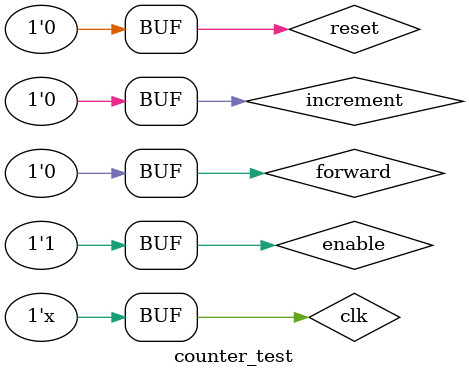
<source format=v>
`timescale 1ns / 1ps


module counter_test;

	// Inputs
	reg enable=0;
	reg clk=0;
	reg reset=0;
	reg forward=0;
	reg increment=0;

	// Outputs
	wire [5:0] out;
	wire finish;

	// Instantiate the Unit Under Test (UUT)
	SixBitCounter uut (
		.enable(enable), 
		.clk(clk), 
		.reset(reset), 
		.forward(forward), 
		.increment(increment), 
		.out(out), 
		.finish(finish)
	);
	
	always #5 clk = ~clk;
	
	initial begin
		// Initialize Inputs
		enable = 1;
		

		// Wait 100 ns for global reset to finish
		#100;
        
		// Add stimulus here
		forward = 1;
		#10;
		increment=1;
		#10;
		increment=0;
		#10;
		increment=1;
		#10;
		increment=0;
		#10;
		forward=0;
		#100;
		//increment=1;
		#200;
		
		
		forward = 1;
		#10;
		increment=1;
		#10;
		increment=0;
		#10;
		increment=1;
		#10;
		increment=0;
		#10;
		increment=1;
		#10;
		increment=0;
		#10;
		forward=0;
		#100;
		
	end
      
endmodule


</source>
